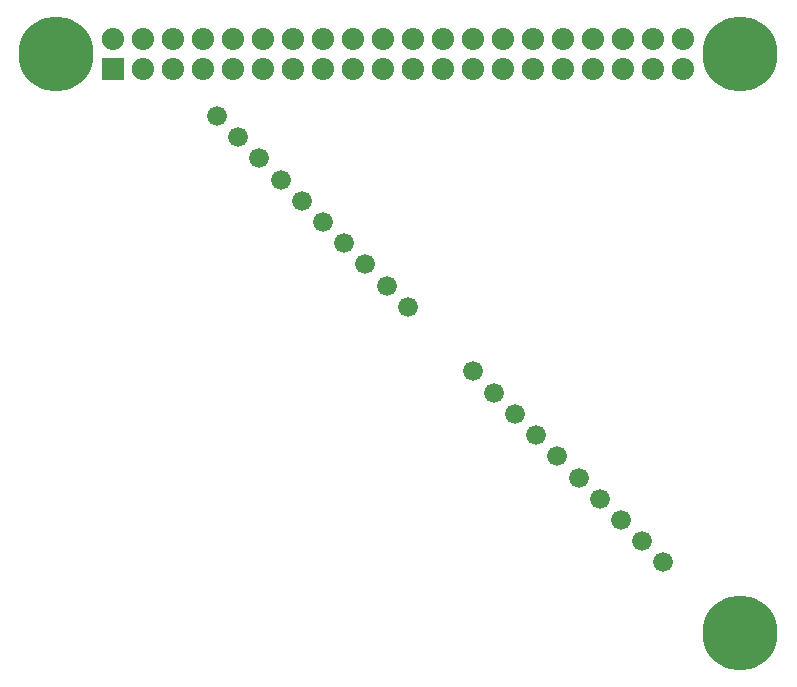
<source format=gbs>
%FSLAX46Y46*%
G04 Gerber Fmt 4.6, Leading zero omitted, Abs format (unit mm)*
G04 Created by KiCad (PCBNEW (2014-08-29 BZR 5106)-product) date Fri 05 Sep 2014 06:56:24 PM PDT*
%MOMM*%
G01*
G04 APERTURE LIST*
%ADD10C,0.100000*%
%ADD11C,6.352400*%
%ADD12R,1.879600X1.879600*%
%ADD13O,1.879600X1.879600*%
%ADD14C,1.676400*%
G04 APERTURE END LIST*
D10*
D11*
X98044000Y-80010000D03*
X155956000Y-129032000D03*
X155956000Y-80010000D03*
D12*
X102870000Y-81280000D03*
D13*
X102870000Y-78740000D03*
X105410000Y-81280000D03*
X105410000Y-78740000D03*
X107950000Y-81280000D03*
X107950000Y-78740000D03*
X110490000Y-81280000D03*
X110490000Y-78740000D03*
X113030000Y-81280000D03*
X113030000Y-78740000D03*
X115570000Y-81280000D03*
X115570000Y-78740000D03*
X118110000Y-81280000D03*
X118110000Y-78740000D03*
X120650000Y-81280000D03*
X120650000Y-78740000D03*
X123190000Y-81280000D03*
X123190000Y-78740000D03*
X125730000Y-81280000D03*
X125730000Y-78740000D03*
X128270000Y-81280000D03*
X128270000Y-78740000D03*
X130810000Y-81280000D03*
X130810000Y-78740000D03*
X133350000Y-81280000D03*
X133350000Y-78740000D03*
X135890000Y-81280000D03*
X135890000Y-78740000D03*
X138430000Y-81280000D03*
X138430000Y-78740000D03*
X140970000Y-81280000D03*
X140970000Y-78740000D03*
X143510000Y-81280000D03*
X143510000Y-78740000D03*
X146050000Y-81280000D03*
X146050000Y-78740000D03*
X148590000Y-81280000D03*
X148590000Y-78740000D03*
X151130000Y-81280000D03*
X151130000Y-78740000D03*
D14*
X111627969Y-85237369D03*
X113424021Y-87033421D03*
X115220072Y-88829472D03*
X117016123Y-90625523D03*
X118812174Y-92421574D03*
X120608226Y-94217626D03*
X122404277Y-96013677D03*
X124200328Y-97809728D03*
X125996379Y-99605779D03*
X127792431Y-101401831D03*
X133268769Y-106878169D03*
X135064821Y-108674221D03*
X136860872Y-110470272D03*
X138656923Y-112266323D03*
X140452974Y-114062374D03*
X142249026Y-115858426D03*
X144045077Y-117654477D03*
X145841128Y-119450528D03*
X147637179Y-121246579D03*
X149433231Y-123042631D03*
M02*

</source>
